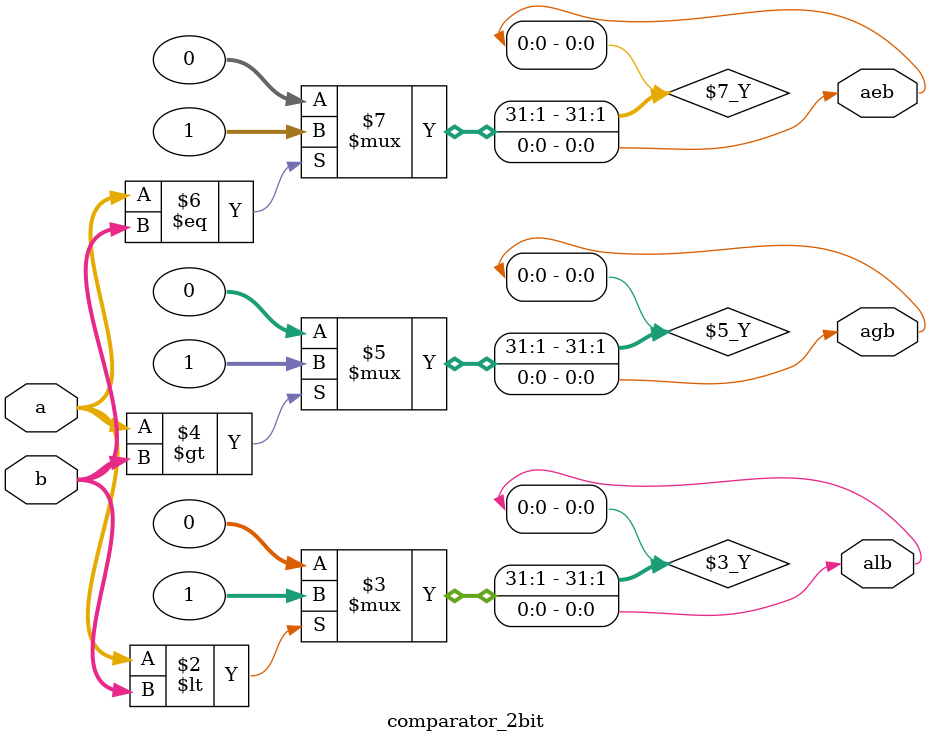
<source format=v>
module comparator_2bit(agb, alb, aeb, a, b);

output reg agb, aeb, alb;
input [1:0] a,b;
integer out;
/*
always @(a or b) begin
if(a>b) begin agb = 1; alb = 0; aeb = 0; end
if(a<b) begin alb = 1; agb = 0; aeb = 0; end
if(a==b)begin aeb = 1; alb = 0; agb = 0;end 
end
*/

always @(a or b) begin
alb = a<b?1:0;
agb = a>b?1:0;
aeb = a==b?1:0;
end

endmodule

/* 
module testbench;
reg [1:0] a, b;
wire agb, aeb, alb;

comparator_2bit comp(agb, alb, aeb, a, b);

initial begin
a = 2'b11; b = 2'b10;
#100 a = 2'b11; b = 2'b11;
#100 a = 2'b10; b = 2'b11;
#100 $finish;
end
endmodule

*/

</source>
